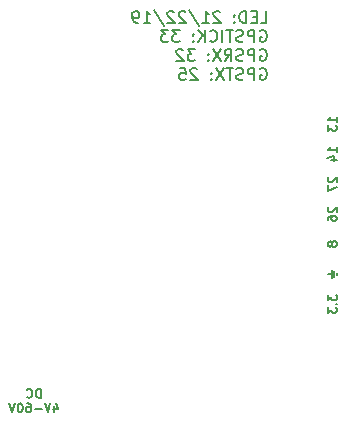
<source format=gbr>
%TF.GenerationSoftware,KiCad,Pcbnew,(6.0.2-0)*%
%TF.CreationDate,2022-03-20T17:02:53+00:00*%
%TF.ProjectId,Display,44697370-6c61-4792-9e6b-696361645f70,5*%
%TF.SameCoordinates,Original*%
%TF.FileFunction,Legend,Bot*%
%TF.FilePolarity,Positive*%
%FSLAX46Y46*%
G04 Gerber Fmt 4.6, Leading zero omitted, Abs format (unit mm)*
G04 Created by KiCad (PCBNEW (6.0.2-0)) date 2022-03-20 17:02:53*
%MOMM*%
%LPD*%
G01*
G04 APERTURE LIST*
%ADD10C,0.150000*%
G04 APERTURE END LIST*
D10*
X121453714Y-130365571D02*
X121418000Y-130401285D01*
X121382285Y-130472714D01*
X121382285Y-130651285D01*
X121418000Y-130722714D01*
X121453714Y-130758428D01*
X121525142Y-130794142D01*
X121596571Y-130794142D01*
X121703714Y-130758428D01*
X122132285Y-130329857D01*
X122132285Y-130794142D01*
X121382285Y-131044142D02*
X121382285Y-131544142D01*
X122132285Y-131222714D01*
X121382285Y-140311285D02*
X121382285Y-140775571D01*
X121668000Y-140525571D01*
X121668000Y-140632714D01*
X121703714Y-140704142D01*
X121739428Y-140739857D01*
X121810857Y-140775571D01*
X121989428Y-140775571D01*
X122060857Y-140739857D01*
X122096571Y-140704142D01*
X122132285Y-140632714D01*
X122132285Y-140418428D01*
X122096571Y-140347000D01*
X122060857Y-140311285D01*
X122060857Y-141097000D02*
X122096571Y-141132714D01*
X122132285Y-141097000D01*
X122096571Y-141061285D01*
X122060857Y-141097000D01*
X122132285Y-141097000D01*
X121382285Y-141382714D02*
X121382285Y-141847000D01*
X121668000Y-141597000D01*
X121668000Y-141704142D01*
X121703714Y-141775571D01*
X121739428Y-141811285D01*
X121810857Y-141847000D01*
X121989428Y-141847000D01*
X122060857Y-141811285D01*
X122096571Y-141775571D01*
X122132285Y-141704142D01*
X122132285Y-141489857D01*
X122096571Y-141418428D01*
X122060857Y-141382714D01*
X97071428Y-149035535D02*
X97071428Y-148285535D01*
X96892857Y-148285535D01*
X96785714Y-148321250D01*
X96714285Y-148392678D01*
X96678571Y-148464107D01*
X96642857Y-148606964D01*
X96642857Y-148714107D01*
X96678571Y-148856964D01*
X96714285Y-148928392D01*
X96785714Y-148999821D01*
X96892857Y-149035535D01*
X97071428Y-149035535D01*
X95892857Y-148964107D02*
X95928571Y-148999821D01*
X96035714Y-149035535D01*
X96107142Y-149035535D01*
X96214285Y-148999821D01*
X96285714Y-148928392D01*
X96321428Y-148856964D01*
X96357142Y-148714107D01*
X96357142Y-148606964D01*
X96321428Y-148464107D01*
X96285714Y-148392678D01*
X96214285Y-148321250D01*
X96107142Y-148285535D01*
X96035714Y-148285535D01*
X95928571Y-148321250D01*
X95892857Y-148356964D01*
X98178571Y-149743035D02*
X98178571Y-150243035D01*
X98357142Y-149457321D02*
X98535714Y-149993035D01*
X98071428Y-149993035D01*
X97892857Y-149493035D02*
X97642857Y-150243035D01*
X97392857Y-149493035D01*
X97142857Y-149957321D02*
X96571428Y-149957321D01*
X95892857Y-149493035D02*
X96035714Y-149493035D01*
X96107142Y-149528750D01*
X96142857Y-149564464D01*
X96214285Y-149671607D01*
X96250000Y-149814464D01*
X96250000Y-150100178D01*
X96214285Y-150171607D01*
X96178571Y-150207321D01*
X96107142Y-150243035D01*
X95964285Y-150243035D01*
X95892857Y-150207321D01*
X95857142Y-150171607D01*
X95821428Y-150100178D01*
X95821428Y-149921607D01*
X95857142Y-149850178D01*
X95892857Y-149814464D01*
X95964285Y-149778750D01*
X96107142Y-149778750D01*
X96178571Y-149814464D01*
X96214285Y-149850178D01*
X96250000Y-149921607D01*
X95357142Y-149493035D02*
X95285714Y-149493035D01*
X95214285Y-149528750D01*
X95178571Y-149564464D01*
X95142857Y-149635892D01*
X95107142Y-149778750D01*
X95107142Y-149957321D01*
X95142857Y-150100178D01*
X95178571Y-150171607D01*
X95214285Y-150207321D01*
X95285714Y-150243035D01*
X95357142Y-150243035D01*
X95428571Y-150207321D01*
X95464285Y-150171607D01*
X95500000Y-150100178D01*
X95535714Y-149957321D01*
X95535714Y-149778750D01*
X95500000Y-149635892D01*
X95464285Y-149564464D01*
X95428571Y-149528750D01*
X95357142Y-149493035D01*
X94892857Y-149493035D02*
X94642857Y-150243035D01*
X94392857Y-149493035D01*
X115688214Y-117287380D02*
X116164404Y-117287380D01*
X116164404Y-116287380D01*
X115354880Y-116763571D02*
X115021547Y-116763571D01*
X114878690Y-117287380D02*
X115354880Y-117287380D01*
X115354880Y-116287380D01*
X114878690Y-116287380D01*
X114450119Y-117287380D02*
X114450119Y-116287380D01*
X114212023Y-116287380D01*
X114069166Y-116335000D01*
X113973928Y-116430238D01*
X113926309Y-116525476D01*
X113878690Y-116715952D01*
X113878690Y-116858809D01*
X113926309Y-117049285D01*
X113973928Y-117144523D01*
X114069166Y-117239761D01*
X114212023Y-117287380D01*
X114450119Y-117287380D01*
X113450119Y-117192142D02*
X113402500Y-117239761D01*
X113450119Y-117287380D01*
X113497738Y-117239761D01*
X113450119Y-117192142D01*
X113450119Y-117287380D01*
X113450119Y-116668333D02*
X113402500Y-116715952D01*
X113450119Y-116763571D01*
X113497738Y-116715952D01*
X113450119Y-116668333D01*
X113450119Y-116763571D01*
X112259642Y-116382619D02*
X112212023Y-116335000D01*
X112116785Y-116287380D01*
X111878690Y-116287380D01*
X111783452Y-116335000D01*
X111735833Y-116382619D01*
X111688214Y-116477857D01*
X111688214Y-116573095D01*
X111735833Y-116715952D01*
X112307261Y-117287380D01*
X111688214Y-117287380D01*
X110735833Y-117287380D02*
X111307261Y-117287380D01*
X111021547Y-117287380D02*
X111021547Y-116287380D01*
X111116785Y-116430238D01*
X111212023Y-116525476D01*
X111307261Y-116573095D01*
X109592976Y-116239761D02*
X110450119Y-117525476D01*
X109307261Y-116382619D02*
X109259642Y-116335000D01*
X109164404Y-116287380D01*
X108926309Y-116287380D01*
X108831071Y-116335000D01*
X108783452Y-116382619D01*
X108735833Y-116477857D01*
X108735833Y-116573095D01*
X108783452Y-116715952D01*
X109354880Y-117287380D01*
X108735833Y-117287380D01*
X108354880Y-116382619D02*
X108307261Y-116335000D01*
X108212023Y-116287380D01*
X107973928Y-116287380D01*
X107878690Y-116335000D01*
X107831071Y-116382619D01*
X107783452Y-116477857D01*
X107783452Y-116573095D01*
X107831071Y-116715952D01*
X108402500Y-117287380D01*
X107783452Y-117287380D01*
X106640595Y-116239761D02*
X107497738Y-117525476D01*
X105783452Y-117287380D02*
X106354880Y-117287380D01*
X106069166Y-117287380D02*
X106069166Y-116287380D01*
X106164404Y-116430238D01*
X106259642Y-116525476D01*
X106354880Y-116573095D01*
X105307261Y-117287380D02*
X105116785Y-117287380D01*
X105021547Y-117239761D01*
X104973928Y-117192142D01*
X104878690Y-117049285D01*
X104831071Y-116858809D01*
X104831071Y-116477857D01*
X104878690Y-116382619D01*
X104926309Y-116335000D01*
X105021547Y-116287380D01*
X105212023Y-116287380D01*
X105307261Y-116335000D01*
X105354880Y-116382619D01*
X105402500Y-116477857D01*
X105402500Y-116715952D01*
X105354880Y-116811190D01*
X105307261Y-116858809D01*
X105212023Y-116906428D01*
X105021547Y-116906428D01*
X104926309Y-116858809D01*
X104878690Y-116811190D01*
X104831071Y-116715952D01*
X115640595Y-117945000D02*
X115735833Y-117897380D01*
X115878690Y-117897380D01*
X116021547Y-117945000D01*
X116116785Y-118040238D01*
X116164404Y-118135476D01*
X116212023Y-118325952D01*
X116212023Y-118468809D01*
X116164404Y-118659285D01*
X116116785Y-118754523D01*
X116021547Y-118849761D01*
X115878690Y-118897380D01*
X115783452Y-118897380D01*
X115640595Y-118849761D01*
X115592976Y-118802142D01*
X115592976Y-118468809D01*
X115783452Y-118468809D01*
X115164404Y-118897380D02*
X115164404Y-117897380D01*
X114783452Y-117897380D01*
X114688214Y-117945000D01*
X114640595Y-117992619D01*
X114592976Y-118087857D01*
X114592976Y-118230714D01*
X114640595Y-118325952D01*
X114688214Y-118373571D01*
X114783452Y-118421190D01*
X115164404Y-118421190D01*
X114212023Y-118849761D02*
X114069166Y-118897380D01*
X113831071Y-118897380D01*
X113735833Y-118849761D01*
X113688214Y-118802142D01*
X113640595Y-118706904D01*
X113640595Y-118611666D01*
X113688214Y-118516428D01*
X113735833Y-118468809D01*
X113831071Y-118421190D01*
X114021547Y-118373571D01*
X114116785Y-118325952D01*
X114164404Y-118278333D01*
X114212023Y-118183095D01*
X114212023Y-118087857D01*
X114164404Y-117992619D01*
X114116785Y-117945000D01*
X114021547Y-117897380D01*
X113783452Y-117897380D01*
X113640595Y-117945000D01*
X113354880Y-117897380D02*
X112783452Y-117897380D01*
X113069166Y-118897380D02*
X113069166Y-117897380D01*
X112450119Y-118897380D02*
X112450119Y-117897380D01*
X111402500Y-118802142D02*
X111450119Y-118849761D01*
X111592976Y-118897380D01*
X111688214Y-118897380D01*
X111831071Y-118849761D01*
X111926309Y-118754523D01*
X111973928Y-118659285D01*
X112021547Y-118468809D01*
X112021547Y-118325952D01*
X111973928Y-118135476D01*
X111926309Y-118040238D01*
X111831071Y-117945000D01*
X111688214Y-117897380D01*
X111592976Y-117897380D01*
X111450119Y-117945000D01*
X111402500Y-117992619D01*
X110973928Y-118897380D02*
X110973928Y-117897380D01*
X110402500Y-118897380D02*
X110831071Y-118325952D01*
X110402500Y-117897380D02*
X110973928Y-118468809D01*
X109973928Y-118802142D02*
X109926309Y-118849761D01*
X109973928Y-118897380D01*
X110021547Y-118849761D01*
X109973928Y-118802142D01*
X109973928Y-118897380D01*
X109973928Y-118278333D02*
X109926309Y-118325952D01*
X109973928Y-118373571D01*
X110021547Y-118325952D01*
X109973928Y-118278333D01*
X109973928Y-118373571D01*
X108831071Y-117897380D02*
X108212023Y-117897380D01*
X108545357Y-118278333D01*
X108402500Y-118278333D01*
X108307261Y-118325952D01*
X108259642Y-118373571D01*
X108212023Y-118468809D01*
X108212023Y-118706904D01*
X108259642Y-118802142D01*
X108307261Y-118849761D01*
X108402500Y-118897380D01*
X108688214Y-118897380D01*
X108783452Y-118849761D01*
X108831071Y-118802142D01*
X107878690Y-117897380D02*
X107259642Y-117897380D01*
X107592976Y-118278333D01*
X107450119Y-118278333D01*
X107354880Y-118325952D01*
X107307261Y-118373571D01*
X107259642Y-118468809D01*
X107259642Y-118706904D01*
X107307261Y-118802142D01*
X107354880Y-118849761D01*
X107450119Y-118897380D01*
X107735833Y-118897380D01*
X107831071Y-118849761D01*
X107878690Y-118802142D01*
X115640595Y-119555000D02*
X115735833Y-119507380D01*
X115878690Y-119507380D01*
X116021547Y-119555000D01*
X116116785Y-119650238D01*
X116164404Y-119745476D01*
X116212023Y-119935952D01*
X116212023Y-120078809D01*
X116164404Y-120269285D01*
X116116785Y-120364523D01*
X116021547Y-120459761D01*
X115878690Y-120507380D01*
X115783452Y-120507380D01*
X115640595Y-120459761D01*
X115592976Y-120412142D01*
X115592976Y-120078809D01*
X115783452Y-120078809D01*
X115164404Y-120507380D02*
X115164404Y-119507380D01*
X114783452Y-119507380D01*
X114688214Y-119555000D01*
X114640595Y-119602619D01*
X114592976Y-119697857D01*
X114592976Y-119840714D01*
X114640595Y-119935952D01*
X114688214Y-119983571D01*
X114783452Y-120031190D01*
X115164404Y-120031190D01*
X114212023Y-120459761D02*
X114069166Y-120507380D01*
X113831071Y-120507380D01*
X113735833Y-120459761D01*
X113688214Y-120412142D01*
X113640595Y-120316904D01*
X113640595Y-120221666D01*
X113688214Y-120126428D01*
X113735833Y-120078809D01*
X113831071Y-120031190D01*
X114021547Y-119983571D01*
X114116785Y-119935952D01*
X114164404Y-119888333D01*
X114212023Y-119793095D01*
X114212023Y-119697857D01*
X114164404Y-119602619D01*
X114116785Y-119555000D01*
X114021547Y-119507380D01*
X113783452Y-119507380D01*
X113640595Y-119555000D01*
X112640595Y-120507380D02*
X112973928Y-120031190D01*
X113212023Y-120507380D02*
X113212023Y-119507380D01*
X112831071Y-119507380D01*
X112735833Y-119555000D01*
X112688214Y-119602619D01*
X112640595Y-119697857D01*
X112640595Y-119840714D01*
X112688214Y-119935952D01*
X112735833Y-119983571D01*
X112831071Y-120031190D01*
X113212023Y-120031190D01*
X112307261Y-119507380D02*
X111640595Y-120507380D01*
X111640595Y-119507380D02*
X112307261Y-120507380D01*
X111259642Y-120412142D02*
X111212023Y-120459761D01*
X111259642Y-120507380D01*
X111307261Y-120459761D01*
X111259642Y-120412142D01*
X111259642Y-120507380D01*
X111259642Y-119888333D02*
X111212023Y-119935952D01*
X111259642Y-119983571D01*
X111307261Y-119935952D01*
X111259642Y-119888333D01*
X111259642Y-119983571D01*
X110116785Y-119507380D02*
X109497738Y-119507380D01*
X109831071Y-119888333D01*
X109688214Y-119888333D01*
X109592976Y-119935952D01*
X109545357Y-119983571D01*
X109497738Y-120078809D01*
X109497738Y-120316904D01*
X109545357Y-120412142D01*
X109592976Y-120459761D01*
X109688214Y-120507380D01*
X109973928Y-120507380D01*
X110069166Y-120459761D01*
X110116785Y-120412142D01*
X109116785Y-119602619D02*
X109069166Y-119555000D01*
X108973928Y-119507380D01*
X108735833Y-119507380D01*
X108640595Y-119555000D01*
X108592976Y-119602619D01*
X108545357Y-119697857D01*
X108545357Y-119793095D01*
X108592976Y-119935952D01*
X109164404Y-120507380D01*
X108545357Y-120507380D01*
X115640595Y-121165000D02*
X115735833Y-121117380D01*
X115878690Y-121117380D01*
X116021547Y-121165000D01*
X116116785Y-121260238D01*
X116164404Y-121355476D01*
X116212023Y-121545952D01*
X116212023Y-121688809D01*
X116164404Y-121879285D01*
X116116785Y-121974523D01*
X116021547Y-122069761D01*
X115878690Y-122117380D01*
X115783452Y-122117380D01*
X115640595Y-122069761D01*
X115592976Y-122022142D01*
X115592976Y-121688809D01*
X115783452Y-121688809D01*
X115164404Y-122117380D02*
X115164404Y-121117380D01*
X114783452Y-121117380D01*
X114688214Y-121165000D01*
X114640595Y-121212619D01*
X114592976Y-121307857D01*
X114592976Y-121450714D01*
X114640595Y-121545952D01*
X114688214Y-121593571D01*
X114783452Y-121641190D01*
X115164404Y-121641190D01*
X114212023Y-122069761D02*
X114069166Y-122117380D01*
X113831071Y-122117380D01*
X113735833Y-122069761D01*
X113688214Y-122022142D01*
X113640595Y-121926904D01*
X113640595Y-121831666D01*
X113688214Y-121736428D01*
X113735833Y-121688809D01*
X113831071Y-121641190D01*
X114021547Y-121593571D01*
X114116785Y-121545952D01*
X114164404Y-121498333D01*
X114212023Y-121403095D01*
X114212023Y-121307857D01*
X114164404Y-121212619D01*
X114116785Y-121165000D01*
X114021547Y-121117380D01*
X113783452Y-121117380D01*
X113640595Y-121165000D01*
X113354880Y-121117380D02*
X112783452Y-121117380D01*
X113069166Y-122117380D02*
X113069166Y-121117380D01*
X112545357Y-121117380D02*
X111878690Y-122117380D01*
X111878690Y-121117380D02*
X112545357Y-122117380D01*
X111497738Y-122022142D02*
X111450119Y-122069761D01*
X111497738Y-122117380D01*
X111545357Y-122069761D01*
X111497738Y-122022142D01*
X111497738Y-122117380D01*
X111497738Y-121498333D02*
X111450119Y-121545952D01*
X111497738Y-121593571D01*
X111545357Y-121545952D01*
X111497738Y-121498333D01*
X111497738Y-121593571D01*
X110307261Y-121212619D02*
X110259642Y-121165000D01*
X110164404Y-121117380D01*
X109926309Y-121117380D01*
X109831071Y-121165000D01*
X109783452Y-121212619D01*
X109735833Y-121307857D01*
X109735833Y-121403095D01*
X109783452Y-121545952D01*
X110354880Y-122117380D01*
X109735833Y-122117380D01*
X108831071Y-121117380D02*
X109307261Y-121117380D01*
X109354880Y-121593571D01*
X109307261Y-121545952D01*
X109212023Y-121498333D01*
X108973928Y-121498333D01*
X108878690Y-121545952D01*
X108831071Y-121593571D01*
X108783452Y-121688809D01*
X108783452Y-121926904D01*
X108831071Y-122022142D01*
X108878690Y-122069761D01*
X108973928Y-122117380D01*
X109212023Y-122117380D01*
X109307261Y-122069761D01*
X109354880Y-122022142D01*
X121703714Y-138199857D02*
X121703714Y-138914142D01*
X121918000Y-138342714D02*
X121918000Y-138771285D01*
X121382285Y-138557000D02*
X121703714Y-138557000D01*
X122132285Y-138628428D02*
X122132285Y-138485571D01*
X121453714Y-132905571D02*
X121418000Y-132941285D01*
X121382285Y-133012714D01*
X121382285Y-133191285D01*
X121418000Y-133262714D01*
X121453714Y-133298428D01*
X121525142Y-133334142D01*
X121596571Y-133334142D01*
X121703714Y-133298428D01*
X122132285Y-132869857D01*
X122132285Y-133334142D01*
X121382285Y-133977000D02*
X121382285Y-133834142D01*
X121418000Y-133762714D01*
X121453714Y-133727000D01*
X121560857Y-133655571D01*
X121703714Y-133619857D01*
X121989428Y-133619857D01*
X122060857Y-133655571D01*
X122096571Y-133691285D01*
X122132285Y-133762714D01*
X122132285Y-133905571D01*
X122096571Y-133977000D01*
X122060857Y-134012714D01*
X121989428Y-134048428D01*
X121810857Y-134048428D01*
X121739428Y-134012714D01*
X121703714Y-133977000D01*
X121668000Y-133905571D01*
X121668000Y-133762714D01*
X121703714Y-133691285D01*
X121739428Y-133655571D01*
X121810857Y-133619857D01*
X121703714Y-135945571D02*
X121668000Y-135874142D01*
X121632285Y-135838428D01*
X121560857Y-135802714D01*
X121525142Y-135802714D01*
X121453714Y-135838428D01*
X121418000Y-135874142D01*
X121382285Y-135945571D01*
X121382285Y-136088428D01*
X121418000Y-136159857D01*
X121453714Y-136195571D01*
X121525142Y-136231285D01*
X121560857Y-136231285D01*
X121632285Y-136195571D01*
X121668000Y-136159857D01*
X121703714Y-136088428D01*
X121703714Y-135945571D01*
X121739428Y-135874142D01*
X121775142Y-135838428D01*
X121846571Y-135802714D01*
X121989428Y-135802714D01*
X122060857Y-135838428D01*
X122096571Y-135874142D01*
X122132285Y-135945571D01*
X122132285Y-136088428D01*
X122096571Y-136159857D01*
X122060857Y-136195571D01*
X121989428Y-136231285D01*
X121846571Y-136231285D01*
X121775142Y-136195571D01*
X121739428Y-136159857D01*
X121703714Y-136088428D01*
X122132285Y-128254142D02*
X122132285Y-127825571D01*
X122132285Y-128039857D02*
X121382285Y-128039857D01*
X121489428Y-127968428D01*
X121560857Y-127897000D01*
X121596571Y-127825571D01*
X121632285Y-128897000D02*
X122132285Y-128897000D01*
X121346571Y-128718428D02*
X121882285Y-128539857D01*
X121882285Y-129004142D01*
X122132285Y-125714142D02*
X122132285Y-125285571D01*
X122132285Y-125499857D02*
X121382285Y-125499857D01*
X121489428Y-125428428D01*
X121560857Y-125357000D01*
X121596571Y-125285571D01*
X121382285Y-125964142D02*
X121382285Y-126428428D01*
X121668000Y-126178428D01*
X121668000Y-126285571D01*
X121703714Y-126357000D01*
X121739428Y-126392714D01*
X121810857Y-126428428D01*
X121989428Y-126428428D01*
X122060857Y-126392714D01*
X122096571Y-126357000D01*
X122132285Y-126285571D01*
X122132285Y-126071285D01*
X122096571Y-125999857D01*
X122060857Y-125964142D01*
M02*

</source>
